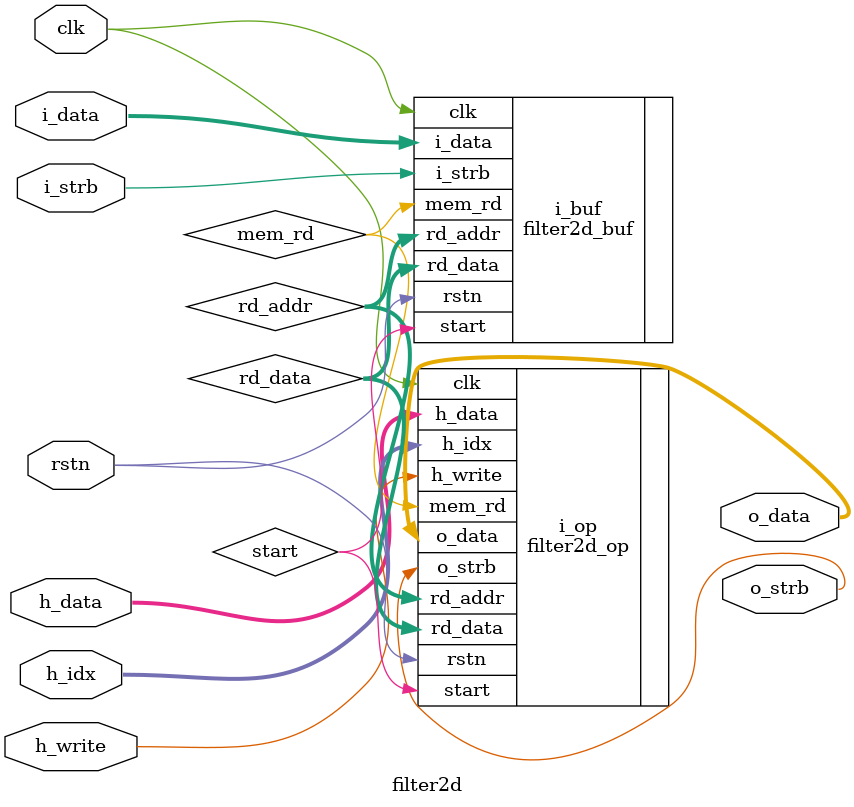
<source format=v>
module filter2d(   
                input           clk,
                input           rstn,
                input           i_strb,
                input  [7:0]    i_data,
                output          o_strb,
                output [7:0]    o_data,
                input           h_write,
                input  [3:0]    h_idx,
                input  [7:0]    h_data 
);

wire start;
wire mem_rd;
wire [15:0] rd_addr;
wire [7:0] rd_data;

filter2d_buf i_buf(
                .clk(clk),
                .rstn(rstn),
                .i_strb(i_strb),
                .i_data(i_data),

                .start(start),
                
                .mem_rd(mem_rd),
                .rd_addr(rd_addr),
                .rd_data(rd_data)
);

filter2d_op i_op(
                .clk(clk),
                .rstn(rstn),
                .start(start),
                
                .mem_rd(mem_rd),
                .rd_addr(rd_addr),
                .rd_data(rd_data),
                
                .o_strb(o_strb),
                .o_data(o_data),

                .h_write(h_write),
                .h_idx(h_idx),
                .h_data(h_data)
);

endmodule
</source>
